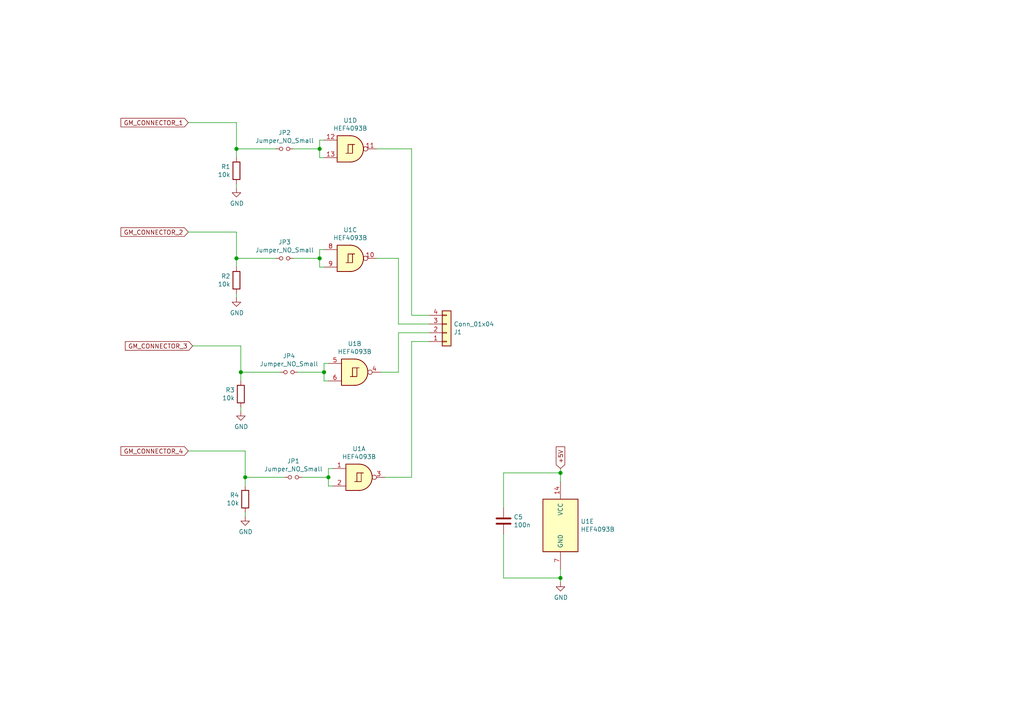
<source format=kicad_sch>
(kicad_sch (version 20210621) (generator eeschema)
  (paper "A4")
  (lib_symbols
    (symbol "4xxx:HEF4093B" (pin_names (offset 1.016))
      (property "Reference" "U" (at 0 1.27 0))
      (property "Value" "HEF4093B" (at 0 -1.27 0))
      (symbol "HEF4093B_1_0"
        (polyline (pts (xy -0.635 -1.27) (xy -0.635 1.27) (xy 0.635 1.27)))
        (polyline (pts (xy -0.635 -1.27) (xy -0.635 1.27) (xy 0.635 1.27)))
        (polyline (pts (xy -1.27 -1.27) (xy 0.635 -1.27) (xy 0.635 1.27) (xy 1.27 1.27)))
        (polyline (pts (xy -1.27 -1.27) (xy 0.635 -1.27) (xy 0.635 1.27) (xy 1.27 1.27)))
      )
      (symbol "HEF4093B_1_1"
        (arc (start 0 -3.81) (end 0 3.81) (radius (at 0 0) (length 3.81) (angles -89.9 89.9)) (stroke (width 0.254)) (fill (type background)))
        (polyline (pts (xy 0 3.81) (xy -3.81 3.81) (xy -3.81 -3.81) (xy 0 -3.81)) (stroke (width 0.254)) (fill (type background)))
        (pin input line (at -7.62 2.54 0) (length 3.81) (name "~") (number "1"))
        (pin input line (at -7.62 -2.54 0) (length 3.81) (name "~") (number "2"))
        (pin output inverted (at 7.62 0 180) (length 3.81) (name "~") (number "3"))
      )
      (symbol "HEF4093B_1_2"
        (arc (start -3.81 3.81) (end -3.81 -3.81) (radius (at -9.144 0) (length 6.5532) (angles 35.4 -35.4)) (stroke (width 0.254)))
        (arc (start 3.81 0) (end -0.6096 3.81) (radius (at -1.1938 -1.3208) (length 5.1816) (angles 15 83.7)) (stroke (width 0.254)) (fill (type background)))
        (arc (start 3.81 0) (end -0.6096 -3.81) (radius (at -1.1938 1.3208) (length 5.1816) (angles -15 -83.7)) (stroke (width 0.254)) (fill (type background)))
        (polyline (pts (xy -3.81 -3.81) (xy -0.635 -3.81)) (stroke (width 0.254)) (fill (type background)))
        (polyline (pts (xy -3.81 3.81) (xy -0.635 3.81)) (stroke (width 0.254)) (fill (type background)))
        (polyline (pts (xy -0.635 3.81) (xy -3.81 3.81) (xy -3.81 3.81) (xy -3.556 3.4036) (xy -3.0226 2.2606) (xy -2.6924 1.0414) (xy -2.6162 -0.254) (xy -2.7686 -1.4986) (xy -3.175 -2.7178) (xy -3.81 -3.81) (xy -3.81 -3.81) (xy -0.635 -3.81)) (stroke (width -25.4)) (fill (type background)))
        (pin input inverted (at -7.62 2.54 0) (length 4.318) (name "~") (number "1"))
        (pin input inverted (at -7.62 -2.54 0) (length 4.318) (name "~") (number "2"))
        (pin output line (at 7.62 0 180) (length 3.81) (name "~") (number "3"))
      )
      (symbol "HEF4093B_2_0"
        (polyline (pts (xy -0.635 -1.27) (xy -0.635 1.27) (xy 0.635 1.27)))
        (polyline (pts (xy -0.635 -1.27) (xy -0.635 1.27) (xy 0.635 1.27)))
        (polyline (pts (xy -1.27 -1.27) (xy 0.635 -1.27) (xy 0.635 1.27) (xy 1.27 1.27)))
        (polyline (pts (xy -1.27 -1.27) (xy 0.635 -1.27) (xy 0.635 1.27) (xy 1.27 1.27)))
      )
      (symbol "HEF4093B_2_1"
        (arc (start 0 -3.81) (end 0 3.81) (radius (at 0 0) (length 3.81) (angles -89.9 89.9)) (stroke (width 0.254)) (fill (type background)))
        (polyline (pts (xy 0 3.81) (xy -3.81 3.81) (xy -3.81 -3.81) (xy 0 -3.81)) (stroke (width 0.254)) (fill (type background)))
        (pin output inverted (at 7.62 0 180) (length 3.81) (name "~") (number "4"))
        (pin input line (at -7.62 2.54 0) (length 3.81) (name "~") (number "5"))
        (pin input line (at -7.62 -2.54 0) (length 3.81) (name "~") (number "6"))
      )
      (symbol "HEF4093B_2_2"
        (arc (start -3.81 3.81) (end -3.81 -3.81) (radius (at -9.144 0) (length 6.5532) (angles 35.4 -35.4)) (stroke (width 0.254)))
        (arc (start 3.81 0) (end -0.6096 3.81) (radius (at -1.1938 -1.3208) (length 5.1816) (angles 15 83.7)) (stroke (width 0.254)) (fill (type background)))
        (arc (start 3.81 0) (end -0.6096 -3.81) (radius (at -1.1938 1.3208) (length 5.1816) (angles -15 -83.7)) (stroke (width 0.254)) (fill (type background)))
        (polyline (pts (xy -3.81 -3.81) (xy -0.635 -3.81)) (stroke (width 0.254)) (fill (type background)))
        (polyline (pts (xy -3.81 3.81) (xy -0.635 3.81)) (stroke (width 0.254)) (fill (type background)))
        (polyline (pts (xy -0.635 3.81) (xy -3.81 3.81) (xy -3.81 3.81) (xy -3.556 3.4036) (xy -3.0226 2.2606) (xy -2.6924 1.0414) (xy -2.6162 -0.254) (xy -2.7686 -1.4986) (xy -3.175 -2.7178) (xy -3.81 -3.81) (xy -3.81 -3.81) (xy -0.635 -3.81)) (stroke (width -25.4)) (fill (type background)))
        (pin output line (at 7.62 0 180) (length 3.81) (name "~") (number "4"))
        (pin input inverted (at -7.62 2.54 0) (length 4.318) (name "~") (number "5"))
        (pin input inverted (at -7.62 -2.54 0) (length 4.318) (name "~") (number "6"))
      )
      (symbol "HEF4093B_3_0"
        (polyline (pts (xy -0.635 -1.27) (xy -0.635 1.27) (xy 0.635 1.27)))
        (polyline (pts (xy -0.635 -1.27) (xy -0.635 1.27) (xy 0.635 1.27)))
        (polyline (pts (xy -1.27 -1.27) (xy 0.635 -1.27) (xy 0.635 1.27) (xy 1.27 1.27)))
        (polyline (pts (xy -1.27 -1.27) (xy 0.635 -1.27) (xy 0.635 1.27) (xy 1.27 1.27)))
      )
      (symbol "HEF4093B_3_1"
        (arc (start 0 -3.81) (end 0 3.81) (radius (at 0 0) (length 3.81) (angles -89.9 89.9)) (stroke (width 0.254)) (fill (type background)))
        (polyline (pts (xy 0 3.81) (xy -3.81 3.81) (xy -3.81 -3.81) (xy 0 -3.81)) (stroke (width 0.254)) (fill (type background)))
        (pin output inverted (at 7.62 0 180) (length 3.81) (name "~") (number "10"))
        (pin input line (at -7.62 2.54 0) (length 3.81) (name "~") (number "8"))
        (pin input line (at -7.62 -2.54 0) (length 3.81) (name "~") (number "9"))
      )
      (symbol "HEF4093B_3_2"
        (arc (start -3.81 3.81) (end -3.81 -3.81) (radius (at -9.144 0) (length 6.5532) (angles 35.4 -35.4)) (stroke (width 0.254)))
        (arc (start 3.81 0) (end -0.6096 3.81) (radius (at -1.1938 -1.3208) (length 5.1816) (angles 15 83.7)) (stroke (width 0.254)) (fill (type background)))
        (arc (start 3.81 0) (end -0.6096 -3.81) (radius (at -1.1938 1.3208) (length 5.1816) (angles -15 -83.7)) (stroke (width 0.254)) (fill (type background)))
        (polyline (pts (xy -3.81 -3.81) (xy -0.635 -3.81)) (stroke (width 0.254)) (fill (type background)))
        (polyline (pts (xy -3.81 3.81) (xy -0.635 3.81)) (stroke (width 0.254)) (fill (type background)))
        (polyline (pts (xy -0.635 3.81) (xy -3.81 3.81) (xy -3.81 3.81) (xy -3.556 3.4036) (xy -3.0226 2.2606) (xy -2.6924 1.0414) (xy -2.6162 -0.254) (xy -2.7686 -1.4986) (xy -3.175 -2.7178) (xy -3.81 -3.81) (xy -3.81 -3.81) (xy -0.635 -3.81)) (stroke (width -25.4)) (fill (type background)))
        (pin output line (at 7.62 0 180) (length 3.81) (name "~") (number "10"))
        (pin input inverted (at -7.62 2.54 0) (length 4.318) (name "~") (number "8"))
        (pin input inverted (at -7.62 -2.54 0) (length 4.318) (name "~") (number "9"))
      )
      (symbol "HEF4093B_4_0"
        (polyline (pts (xy -0.635 -1.27) (xy -0.635 1.27) (xy 0.635 1.27)))
        (polyline (pts (xy -0.635 -1.27) (xy -0.635 1.27) (xy 0.635 1.27)))
        (polyline (pts (xy -1.27 -1.27) (xy 0.635 -1.27) (xy 0.635 1.27) (xy 1.27 1.27)))
        (polyline (pts (xy -1.27 -1.27) (xy 0.635 -1.27) (xy 0.635 1.27) (xy 1.27 1.27)))
      )
      (symbol "HEF4093B_4_1"
        (arc (start 0 -3.81) (end 0 3.81) (radius (at 0 0) (length 3.81) (angles -89.9 89.9)) (stroke (width 0.254)) (fill (type background)))
        (polyline (pts (xy 0 3.81) (xy -3.81 3.81) (xy -3.81 -3.81) (xy 0 -3.81)) (stroke (width 0.254)) (fill (type background)))
        (pin output inverted (at 7.62 0 180) (length 3.81) (name "~") (number "11"))
        (pin input line (at -7.62 2.54 0) (length 3.81) (name "~") (number "12"))
        (pin input line (at -7.62 -2.54 0) (length 3.81) (name "~") (number "13"))
      )
      (symbol "HEF4093B_4_2"
        (arc (start -3.81 3.81) (end -3.81 -3.81) (radius (at -9.144 0) (length 6.5532) (angles 35.4 -35.4)) (stroke (width 0.254)))
        (arc (start 3.81 0) (end -0.6096 3.81) (radius (at -1.1938 -1.3208) (length 5.1816) (angles 15 83.7)) (stroke (width 0.254)) (fill (type background)))
        (arc (start 3.81 0) (end -0.6096 -3.81) (radius (at -1.1938 1.3208) (length 5.1816) (angles -15 -83.7)) (stroke (width 0.254)) (fill (type background)))
        (polyline (pts (xy -3.81 -3.81) (xy -0.635 -3.81)) (stroke (width 0.254)) (fill (type background)))
        (polyline (pts (xy -3.81 3.81) (xy -0.635 3.81)) (stroke (width 0.254)) (fill (type background)))
        (polyline (pts (xy -0.635 3.81) (xy -3.81 3.81) (xy -3.81 3.81) (xy -3.556 3.4036) (xy -3.0226 2.2606) (xy -2.6924 1.0414) (xy -2.6162 -0.254) (xy -2.7686 -1.4986) (xy -3.175 -2.7178) (xy -3.81 -3.81) (xy -3.81 -3.81) (xy -0.635 -3.81)) (stroke (width -25.4)) (fill (type background)))
        (pin output line (at 7.62 0 180) (length 3.81) (name "~") (number "11"))
        (pin input inverted (at -7.62 2.54 0) (length 4.318) (name "~") (number "12"))
        (pin input inverted (at -7.62 -2.54 0) (length 4.318) (name "~") (number "13"))
      )
      (symbol "HEF4093B_5_0"
        (pin power_in line (at 0 12.7 270) (length 5.08) (name "VCC") (number "14"))
        (pin power_in line (at 0 -12.7 90) (length 5.08) (name "GND") (number "7"))
      )
      (symbol "HEF4093B_5_1"
        (rectangle (start -5.08 7.62) (end 5.08 -7.62) (stroke (width 0.254)) (fill (type background)))
      )
    )
    (symbol "Connector_Generic:Conn_01x04" (pin_names (offset 1.016) hide)
      (property "Reference" "J" (at 0 5.08 0))
      (property "Value" "Conn_01x04" (at 0 -7.62 0))
      (symbol "Conn_01x04_1_1"
        (rectangle (start -1.27 -4.953) (end 0 -5.207) (stroke (width 0.1524)))
        (rectangle (start -1.27 -2.413) (end 0 -2.667) (stroke (width 0.1524)))
        (rectangle (start -1.27 0.127) (end 0 -0.127) (stroke (width 0.1524)))
        (rectangle (start -1.27 2.667) (end 0 2.413) (stroke (width 0.1524)))
        (rectangle (start -1.27 3.81) (end 1.27 -6.35) (stroke (width 0.254)) (fill (type background)))
        (pin passive line (at -5.08 2.54 0) (length 3.81) (name "Pin_1") (number "1"))
        (pin passive line (at -5.08 0 0) (length 3.81) (name "Pin_2") (number "2"))
        (pin passive line (at -5.08 -2.54 0) (length 3.81) (name "Pin_3") (number "3"))
        (pin passive line (at -5.08 -5.08 0) (length 3.81) (name "Pin_4") (number "4"))
      )
    )
    (symbol "Device:C" (pin_numbers hide) (pin_names (offset 0.254))
      (property "Reference" "C" (at 0.635 2.54 0))
      (property "Value" "C" (at 0.635 -2.54 0))
      (symbol "C_0_1"
        (polyline (pts (xy -2.032 -0.762) (xy 2.032 -0.762)) (stroke (width 0.508)))
        (polyline (pts (xy -2.032 0.762) (xy 2.032 0.762)) (stroke (width 0.508)))
      )
      (symbol "C_1_1"
        (pin passive line (at 0 3.81 270) (length 2.794) (name "~") (number "1"))
        (pin passive line (at 0 -3.81 90) (length 2.794) (name "~") (number "2"))
      )
    )
    (symbol "Device:Jumper_NO_Small" (pin_numbers hide) (pin_names (offset 0.762) hide)
      (property "Reference" "JP" (at 0 2.032 0))
      (property "Value" "Jumper_NO_Small" (at 0.254 -1.524 0))
      (symbol "Jumper_NO_Small_0_1"
        (circle (center -1.016 0) (radius 0.508))
        (circle (center 1.016 0) (radius 0.508))
        (pin passive line (at -2.54 0 0) (length 1.016) (name "1") (number "1"))
        (pin passive line (at 2.54 0 180) (length 1.016) (name "2") (number "2"))
      )
    )
    (symbol "Device:R" (pin_numbers hide) (pin_names (offset 0))
      (property "Reference" "R" (at 2.032 0 90))
      (property "Value" "R" (at 0 0 90))
      (symbol "R_0_1"
        (rectangle (start -1.016 -2.54) (end 1.016 2.54) (stroke (width 0.254)))
      )
      (symbol "R_1_1"
        (pin passive line (at 0 3.81 270) (length 1.27) (name "~") (number "1"))
        (pin passive line (at 0 -3.81 90) (length 1.27) (name "~") (number "2"))
      )
    )
    (symbol "power:GND" (power) (pin_names (offset 0))
      (property "Value" "GND" (at 0 -3.81 0))
      (symbol "GND_0_1"
        (polyline (pts (xy 0 0) (xy 0 -1.27) (xy 1.27 -1.27) (xy 0 -2.54) (xy -1.27 -1.27) (xy 0 -1.27)))
      )
      (symbol "GND_1_1"
        (pin power_in line (at 0 0 270) (length 0) hide (name "GND") (number "1"))
      )
    )
  )
  (junction (at 68.58 43.18) (diameter 1.016))
  (junction (at 68.58 74.93) (diameter 1.016))
  (junction (at 69.85 107.95) (diameter 1.016))
  (junction (at 71.12 138.43) (diameter 1.016))
  (junction (at 92.71 43.18) (diameter 1.016))
  (junction (at 92.71 74.93) (diameter 1.016))
  (junction (at 93.98 107.95) (diameter 1.016))
  (junction (at 95.25 138.43) (diameter 1.016))
  (junction (at 162.56 137.16) (diameter 1.016))
  (junction (at 162.56 167.64) (diameter 1.016))
  (wire (pts (xy 54.61 35.56) (xy 68.58 35.56)))
  (wire (pts (xy 54.61 67.31) (xy 68.58 67.31)))
  (wire (pts (xy 54.61 130.81) (xy 71.12 130.81)))
  (wire (pts (xy 55.88 100.33) (xy 69.85 100.33)))
  (wire (pts (xy 68.58 35.56) (xy 68.58 43.18)))
  (wire (pts (xy 68.58 43.18) (xy 68.58 45.72)))
  (wire (pts (xy 68.58 43.18) (xy 80.01 43.18)))
  (wire (pts (xy 68.58 54.61) (xy 68.58 53.34)))
  (wire (pts (xy 68.58 67.31) (xy 68.58 74.93)))
  (wire (pts (xy 68.58 74.93) (xy 68.58 77.47)))
  (wire (pts (xy 68.58 74.93) (xy 80.01 74.93)))
  (wire (pts (xy 68.58 86.36) (xy 68.58 85.09)))
  (wire (pts (xy 69.85 100.33) (xy 69.85 107.95)))
  (wire (pts (xy 69.85 107.95) (xy 69.85 110.49)))
  (wire (pts (xy 69.85 107.95) (xy 81.28 107.95)))
  (wire (pts (xy 69.85 119.38) (xy 69.85 118.11)))
  (wire (pts (xy 71.12 130.81) (xy 71.12 138.43)))
  (wire (pts (xy 71.12 138.43) (xy 71.12 140.97)))
  (wire (pts (xy 71.12 138.43) (xy 82.55 138.43)))
  (wire (pts (xy 71.12 149.86) (xy 71.12 148.59)))
  (wire (pts (xy 85.09 43.18) (xy 92.71 43.18)))
  (wire (pts (xy 85.09 74.93) (xy 92.71 74.93)))
  (wire (pts (xy 86.36 107.95) (xy 93.98 107.95)))
  (wire (pts (xy 87.63 138.43) (xy 95.25 138.43)))
  (wire (pts (xy 92.71 40.64) (xy 93.98 40.64)))
  (wire (pts (xy 92.71 43.18) (xy 92.71 40.64)))
  (wire (pts (xy 92.71 45.72) (xy 92.71 43.18)))
  (wire (pts (xy 92.71 72.39) (xy 92.71 74.93)))
  (wire (pts (xy 92.71 74.93) (xy 92.71 77.47)))
  (wire (pts (xy 92.71 77.47) (xy 93.98 77.47)))
  (wire (pts (xy 93.98 45.72) (xy 92.71 45.72)))
  (wire (pts (xy 93.98 72.39) (xy 92.71 72.39)))
  (wire (pts (xy 93.98 105.41) (xy 93.98 107.95)))
  (wire (pts (xy 93.98 107.95) (xy 93.98 110.49)))
  (wire (pts (xy 93.98 110.49) (xy 95.25 110.49)))
  (wire (pts (xy 95.25 105.41) (xy 93.98 105.41)))
  (wire (pts (xy 95.25 135.89) (xy 95.25 138.43)))
  (wire (pts (xy 95.25 135.89) (xy 96.52 135.89)))
  (wire (pts (xy 95.25 138.43) (xy 95.25 140.97)))
  (wire (pts (xy 96.52 140.97) (xy 95.25 140.97)))
  (wire (pts (xy 109.22 43.18) (xy 119.38 43.18)))
  (wire (pts (xy 109.22 74.93) (xy 115.57 74.93)))
  (wire (pts (xy 115.57 74.93) (xy 115.57 93.98)))
  (wire (pts (xy 115.57 93.98) (xy 124.46 93.98)))
  (wire (pts (xy 115.57 96.52) (xy 115.57 107.95)))
  (wire (pts (xy 115.57 96.52) (xy 124.46 96.52)))
  (wire (pts (xy 115.57 107.95) (xy 110.49 107.95)))
  (wire (pts (xy 119.38 43.18) (xy 119.38 91.44)))
  (wire (pts (xy 119.38 91.44) (xy 124.46 91.44)))
  (wire (pts (xy 119.38 99.06) (xy 119.38 138.43)))
  (wire (pts (xy 119.38 99.06) (xy 124.46 99.06)))
  (wire (pts (xy 119.38 138.43) (xy 111.76 138.43)))
  (wire (pts (xy 146.05 137.16) (xy 162.56 137.16)))
  (wire (pts (xy 146.05 147.32) (xy 146.05 137.16)))
  (wire (pts (xy 146.05 154.94) (xy 146.05 167.64)))
  (wire (pts (xy 146.05 167.64) (xy 162.56 167.64)))
  (wire (pts (xy 162.56 137.16) (xy 162.56 135.89)))
  (wire (pts (xy 162.56 137.16) (xy 162.56 139.7)))
  (wire (pts (xy 162.56 165.1) (xy 162.56 167.64)))
  (wire (pts (xy 162.56 168.91) (xy 162.56 167.64)))
  (global_label "GM_CONNECTOR_1" (shape input) (at 54.61 35.56 180) (property "Intersheet References" "${INTERSHEET_REFS}" (effects hide)))
  (global_label "GM_CONNECTOR_2" (shape input) (at 54.61 67.31 180) (property "Intersheet References" "${INTERSHEET_REFS}" (effects hide)))
  (global_label "GM_CONNECTOR_4" (shape input) (at 54.61 130.81 180) (property "Intersheet References" "${INTERSHEET_REFS}" (effects hide)))
  (global_label "GM_CONNECTOR_3" (shape input) (at 55.88 100.33 180) (property "Intersheet References" "${INTERSHEET_REFS}" (effects hide)))
  (global_label "+5V" (shape input) (at 162.56 135.89 90) (property "Intersheet References" "${INTERSHEET_REFS}" (effects hide)))
  (symbol (lib_id "Device:Jumper_NO_Small") (at 82.55 43.18 0) (unit 1)
    (property "Reference" "JP2" (at 82.55 38.481 0))
    (property "Value" "Jumper_NO_Small" (at 82.55 40.7924 0))
    (property "Footprint" "Jumper:SolderJumper-2_P1.3mm_Open_Pad1.0x1.5mm" (effects hide))
  )
  (symbol (lib_id "Device:Jumper_NO_Small") (at 82.55 74.93 0) (unit 1)
    (property "Reference" "JP3" (at 82.55 70.231 0))
    (property "Value" "Jumper_NO_Small" (at 82.55 72.5424 0))
    (property "Footprint" "Jumper:SolderJumper-2_P1.3mm_Open_Pad1.0x1.5mm" (effects hide))
  )
  (symbol (lib_id "Device:Jumper_NO_Small") (at 83.82 107.95 0) (unit 1)
    (property "Reference" "JP4" (at 83.82 103.251 0))
    (property "Value" "Jumper_NO_Small" (at 83.82 105.5624 0))
    (property "Footprint" "Jumper:SolderJumper-2_P1.3mm_Open_Pad1.0x1.5mm" (effects hide))
  )
  (symbol (lib_id "Device:Jumper_NO_Small") (at 85.09 138.43 0) (unit 1)
    (property "Reference" "JP1" (at 85.09 133.731 0))
    (property "Value" "Jumper_NO_Small" (at 85.09 136.0424 0))
    (property "Footprint" "Jumper:SolderJumper-2_P1.3mm_Open_Pad1.0x1.5mm" (effects hide))
  )
  (symbol (lib_id "power:GND") (at 68.58 54.61 0) (unit 1)
    (property "Reference" "#PWR01" (effects hide))
    (property "Value" "GND" (at 68.707 59.0042 0))
  )
  (symbol (lib_id "power:GND") (at 68.58 86.36 0) (unit 1)
    (property "Reference" "#PWR0101" (effects hide))
    (property "Value" "GND" (at 68.707 90.7542 0))
  )
  (symbol (lib_id "power:GND") (at 69.85 119.38 0) (unit 1)
    (property "Reference" "#PWR0103" (effects hide))
    (property "Value" "GND" (at 69.977 123.7742 0))
  )
  (symbol (lib_id "power:GND") (at 71.12 149.86 0) (unit 1)
    (property "Reference" "#PWR0105" (effects hide))
    (property "Value" "GND" (at 71.247 154.2542 0))
  )
  (symbol (lib_id "power:GND") (at 162.56 168.91 0) (unit 1)
    (property "Reference" "#PWR013" (effects hide))
    (property "Value" "GND" (at 162.687 173.3042 0))
  )
  (symbol (lib_id "Device:R") (at 68.58 49.53 0) (unit 1)
    (property "Reference" "R1" (at 66.8274 48.3616 0) (effects (justify right)))
    (property "Value" "10k" (at 66.8274 50.673 0) (effects (justify right)))
    (property "Footprint" "Resistor_SMD:R_0805_2012Metric_Pad1.20x1.40mm_HandSolder" (effects hide))
  )
  (symbol (lib_id "Device:R") (at 68.58 81.28 0) (unit 1)
    (property "Reference" "R2" (at 66.8274 80.1116 0) (effects (justify right)))
    (property "Value" "10k" (at 66.8274 82.423 0) (effects (justify right)))
    (property "Footprint" "Resistor_SMD:R_0805_2012Metric_Pad1.20x1.40mm_HandSolder" (effects hide))
  )
  (symbol (lib_id "Device:R") (at 69.85 114.3 0) (unit 1)
    (property "Reference" "R3" (at 68.0974 113.1316 0) (effects (justify right)))
    (property "Value" "10k" (at 68.0974 115.443 0) (effects (justify right)))
    (property "Footprint" "Resistor_SMD:R_0805_2012Metric_Pad1.20x1.40mm_HandSolder" (effects hide))
  )
  (symbol (lib_id "Device:R") (at 71.12 144.78 0) (unit 1)
    (property "Reference" "R4" (at 69.3674 143.6116 0) (effects (justify right)))
    (property "Value" "10k" (at 69.3674 145.923 0) (effects (justify right)))
    (property "Footprint" "Resistor_SMD:R_0805_2012Metric_Pad1.20x1.40mm_HandSolder" (effects hide))
  )
  (symbol (lib_id "Device:C") (at 146.05 151.13 0) (unit 1)
    (property "Reference" "C5" (at 148.971 149.9616 0) (effects (justify left)))
    (property "Value" "100n" (at 148.971 152.273 0) (effects (justify left)))
    (property "Footprint" "Capacitor_SMD:C_0805_2012Metric_Pad1.15x1.40mm_HandSolder" (effects hide))
  )
  (symbol (lib_id "Connector_Generic:Conn_01x04") (at 129.54 96.52 0) (mirror x) (unit 1)
    (property "Reference" "J1" (at 131.572 96.3168 0) (effects (justify left)))
    (property "Value" "Conn_01x04" (at 131.572 94.0054 0) (effects (justify left)))
    (property "Footprint" "Connector_PinHeader_2.54mm:PinHeader_1x04_P2.54mm_Horizontal" (effects hide))
  )
  (symbol (lib_id "4xxx:HEF4093B") (at 101.6 43.18 0) (unit 4)
    (property "Reference" "U1" (at 101.6 34.925 0))
    (property "Value" "HEF4093B" (at 101.6 37.2364 0))
    (property "Footprint" "Package_SO:SOIC-14_3.9x8.7mm_P1.27mm" (effects hide))
    (property "Datasheet" "https://assets.nexperia.com/documents/data-sheet/HEF4093B.pdf" (effects hide))
  )
  (symbol (lib_id "4xxx:HEF4093B") (at 101.6 74.93 0) (unit 3)
    (property "Reference" "U1" (at 101.6 66.675 0))
    (property "Value" "HEF4093B" (at 101.6 68.9864 0))
    (property "Footprint" "Package_SO:SOIC-14_3.9x8.7mm_P1.27mm" (effects hide))
    (property "Datasheet" "https://assets.nexperia.com/documents/data-sheet/HEF4093B.pdf" (effects hide))
  )
  (symbol (lib_id "4xxx:HEF4093B") (at 102.87 107.95 0) (unit 2)
    (property "Reference" "U1" (at 102.87 99.695 0))
    (property "Value" "HEF4093B" (at 102.87 102.0064 0))
    (property "Footprint" "Package_SO:SOIC-14_3.9x8.7mm_P1.27mm" (effects hide))
    (property "Datasheet" "https://assets.nexperia.com/documents/data-sheet/HEF4093B.pdf" (effects hide))
  )
  (symbol (lib_id "4xxx:HEF4093B") (at 104.14 138.43 0) (unit 1)
    (property "Reference" "U1" (at 104.14 130.175 0))
    (property "Value" "HEF4093B" (at 104.14 132.4864 0))
    (property "Footprint" "Package_SO:SOIC-14_3.9x8.7mm_P1.27mm" (effects hide))
    (property "Datasheet" "https://assets.nexperia.com/documents/data-sheet/HEF4093B.pdf" (effects hide))
  )
  (symbol (lib_id "4xxx:HEF4093B") (at 162.56 152.4 0) (unit 5)
    (property "Reference" "U1" (at 168.402 151.2316 0) (effects (justify left)))
    (property "Value" "HEF4093B" (at 168.402 153.543 0) (effects (justify left)))
    (property "Footprint" "Package_SO:SOIC-14_3.9x8.7mm_P1.27mm" (effects hide))
    (property "Datasheet" "https://assets.nexperia.com/documents/data-sheet/HEF4093B.pdf" (effects hide))
  )
)
</source>
